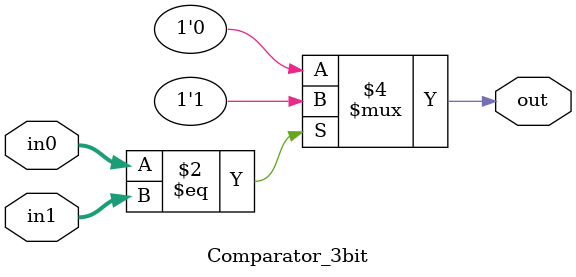
<source format=sv>
`timescale 1ns / 1ps


module Comparator_3bit(output logic out,
                        input [2:0] in0, in1
                    );
always_comb begin
    if(in0 == in1)
        out = 1'b1;
    else
        out = 1'b0;
end                    

endmodule

</source>
